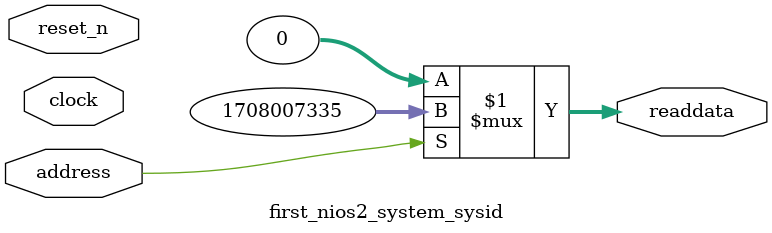
<source format=v>



// synthesis translate_off
`timescale 1ns / 1ps
// synthesis translate_on

// turn off superfluous verilog processor warnings 
// altera message_level Level1 
// altera message_off 10034 10035 10036 10037 10230 10240 10030 

module first_nios2_system_sysid (
               // inputs:
                address,
                clock,
                reset_n,

               // outputs:
                readdata
             )
;

  output  [ 31: 0] readdata;
  input            address;
  input            clock;
  input            reset_n;

  wire    [ 31: 0] readdata;
  //control_slave, which is an e_avalon_slave
  assign readdata = address ? 1708007335 : 0;

endmodule



</source>
